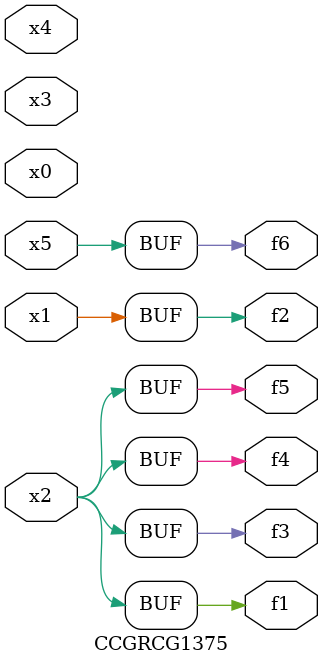
<source format=v>
module CCGRCG1375(
	input x0, x1, x2, x3, x4, x5,
	output f1, f2, f3, f4, f5, f6
);
	assign f1 = x2;
	assign f2 = x1;
	assign f3 = x2;
	assign f4 = x2;
	assign f5 = x2;
	assign f6 = x5;
endmodule

</source>
